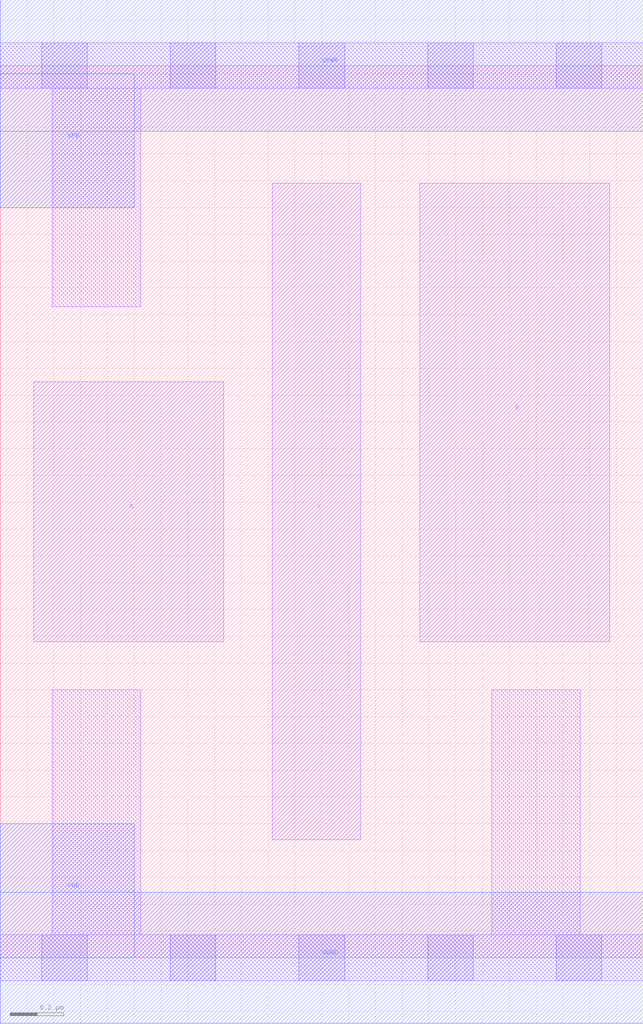
<source format=lef>
# Copyright 2020 The SkyWater PDK Authors
#
# Licensed under the Apache License, Version 2.0 (the "License");
# you may not use this file except in compliance with the License.
# You may obtain a copy of the License at
#
#     https://www.apache.org/licenses/LICENSE-2.0
#
# Unless required by applicable law or agreed to in writing, software
# distributed under the License is distributed on an "AS IS" BASIS,
# WITHOUT WARRANTIES OR CONDITIONS OF ANY KIND, either express or implied.
# See the License for the specific language governing permissions and
# limitations under the License.
#
# SPDX-License-Identifier: Apache-2.0

VERSION 5.5 ;
NAMESCASESENSITIVE ON ;
BUSBITCHARS "[]" ;
DIVIDERCHAR "/" ;
MACRO sky130_fd_sc_lp__nor2_lp
  CLASS CORE ;
  SOURCE USER ;
  ORIGIN  0.000000  0.000000 ;
  SIZE  2.400000 BY  3.330000 ;
  SYMMETRY X Y ;
  SITE unit ;
  PIN A
    ANTENNAGATEAREA  0.189000 ;
    DIRECTION INPUT ;
    USE SIGNAL ;
    PORT
      LAYER li1 ;
        RECT 0.125000 1.180000 0.835000 2.150000 ;
    END
  END A
  PIN B
    ANTENNAGATEAREA  0.189000 ;
    DIRECTION INPUT ;
    USE SIGNAL ;
    PORT
      LAYER li1 ;
        RECT 1.565000 1.180000 2.275000 2.890000 ;
    END
  END B
  PIN Y
    ANTENNADIFFAREA  0.237300 ;
    DIRECTION OUTPUT ;
    USE SIGNAL ;
    PORT
      LAYER li1 ;
        RECT 1.015000 0.440000 1.345000 2.890000 ;
    END
  END Y
  PIN VGND
    DIRECTION INOUT ;
    USE GROUND ;
    PORT
      LAYER met1 ;
        RECT 0.000000 -0.245000 2.400000 0.245000 ;
    END
  END VGND
  PIN VNB
    DIRECTION INOUT ;
    USE GROUND ;
    PORT
      LAYER met1 ;
        RECT 0.000000 0.000000 0.500000 0.500000 ;
    END
    PORT
      LAYER met1 ;
        RECT 0.000000 0.000000 0.500000 0.500000 ;
    END
  END VNB
  PIN VPB
    DIRECTION INOUT ;
    USE POWER ;
    PORT
      LAYER met1 ;
        RECT 0.000000 2.800000 0.500000 3.300000 ;
    END
    PORT
      LAYER met1 ;
        RECT 0.000000 2.800000 0.500000 3.300000 ;
    END
  END VPB
  PIN VPWR
    DIRECTION INOUT ;
    USE POWER ;
    PORT
      LAYER met1 ;
        RECT 0.000000 3.085000 2.400000 3.575000 ;
    END
  END VPWR
  OBS
    LAYER li1 ;
      RECT 0.000000 -0.085000 2.400000 0.085000 ;
      RECT 0.000000  3.245000 2.400000 3.415000 ;
      RECT 0.195000  0.085000 0.525000 1.000000 ;
      RECT 0.195000  2.430000 0.525000 3.245000 ;
      RECT 1.835000  0.085000 2.165000 1.000000 ;
    LAYER mcon ;
      RECT 0.155000 -0.085000 0.325000 0.085000 ;
      RECT 0.155000  3.245000 0.325000 3.415000 ;
      RECT 0.635000 -0.085000 0.805000 0.085000 ;
      RECT 0.635000  3.245000 0.805000 3.415000 ;
      RECT 1.115000 -0.085000 1.285000 0.085000 ;
      RECT 1.115000  3.245000 1.285000 3.415000 ;
      RECT 1.595000 -0.085000 1.765000 0.085000 ;
      RECT 1.595000  3.245000 1.765000 3.415000 ;
      RECT 2.075000 -0.085000 2.245000 0.085000 ;
      RECT 2.075000  3.245000 2.245000 3.415000 ;
  END
END sky130_fd_sc_lp__nor2_lp
END LIBRARY

</source>
